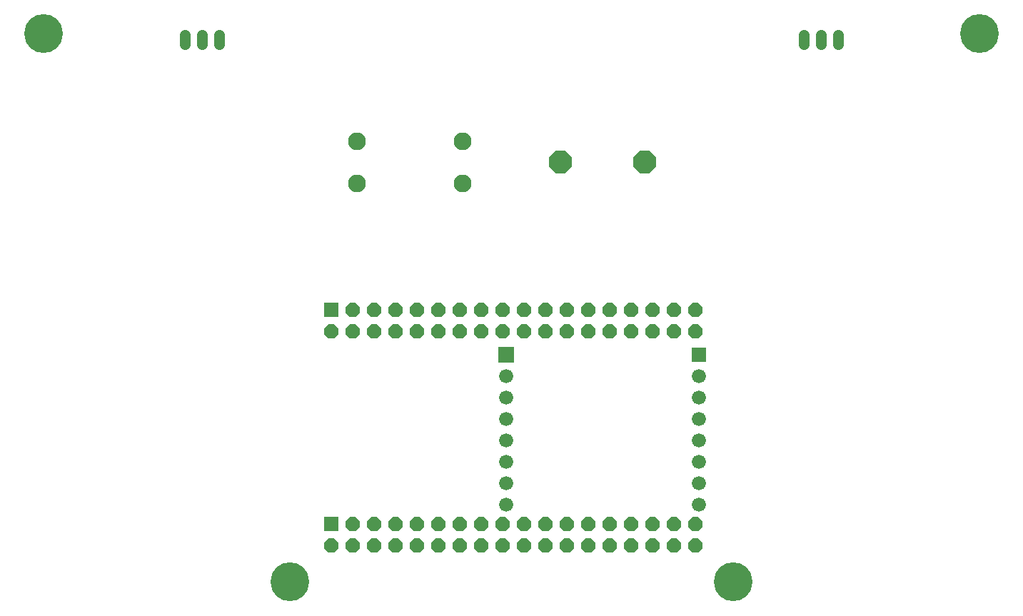
<source format=gbr>
G04 EAGLE Gerber RS-274X export*
G75*
%MOMM*%
%FSLAX34Y34*%
%LPD*%
%INSoldermask Bottom*%
%IPPOS*%
%AMOC8*
5,1,8,0,0,1.08239X$1,22.5*%
G01*
%ADD10C,2.112400*%
%ADD11P,2.914227X8X202.500000*%
%ADD12R,1.676400X1.676400*%
%ADD13P,1.814519X8X22.500000*%
%ADD14R,1.828800X1.828800*%
%ADD15C,1.676400*%
%ADD16C,4.597400*%
%ADD17C,1.272400*%


D10*
X532400Y558400D03*
X532400Y508400D03*
X407400Y508400D03*
X407400Y558400D03*
D11*
X748538Y533400D03*
X648462Y533400D03*
D12*
X376600Y358400D03*
D13*
X376600Y333000D03*
X402000Y358400D03*
X402000Y333000D03*
X427400Y358400D03*
X427400Y333000D03*
X452800Y358400D03*
X452800Y333000D03*
X478200Y358400D03*
X478200Y333000D03*
X503600Y358400D03*
X503600Y333000D03*
X529000Y358400D03*
X529000Y333000D03*
X554400Y358400D03*
X554400Y333000D03*
X579800Y358400D03*
X579800Y333000D03*
X605200Y358400D03*
X605200Y333000D03*
X630600Y358400D03*
X630600Y333000D03*
X656000Y358400D03*
X656000Y333000D03*
X681400Y358400D03*
X681400Y333000D03*
X706800Y358400D03*
X706800Y333000D03*
X732200Y358400D03*
X732200Y333000D03*
X757600Y358400D03*
X757600Y333000D03*
X783000Y358400D03*
X783000Y333000D03*
X808400Y358400D03*
X808400Y333000D03*
D12*
X376600Y104400D03*
D13*
X376600Y79000D03*
X402000Y104400D03*
X402000Y79000D03*
X427400Y104400D03*
X427400Y79000D03*
X452800Y104400D03*
X452800Y79000D03*
X478200Y104400D03*
X478200Y79000D03*
X503600Y104400D03*
X503600Y79000D03*
X529000Y104400D03*
X529000Y79000D03*
X554400Y104400D03*
X554400Y79000D03*
X579800Y104400D03*
X579800Y79000D03*
X605200Y104400D03*
X605200Y79000D03*
X630600Y104400D03*
X630600Y79000D03*
X656000Y104400D03*
X656000Y79000D03*
X681400Y104400D03*
X681400Y79000D03*
X706800Y104400D03*
X706800Y79000D03*
X732200Y104400D03*
X732200Y79000D03*
X757600Y104400D03*
X757600Y79000D03*
X783000Y104400D03*
X783000Y79000D03*
X808400Y104400D03*
X808400Y79000D03*
D14*
X584200Y304800D03*
D15*
X584200Y279400D03*
X584200Y254000D03*
X584200Y228600D03*
X584200Y203200D03*
X584200Y177800D03*
X584200Y152400D03*
X584200Y127000D03*
X812800Y127000D03*
X812800Y152400D03*
X812800Y177800D03*
X812800Y203200D03*
X812800Y228600D03*
X812800Y254000D03*
X812800Y279400D03*
D12*
X812800Y304800D03*
D16*
X327660Y35560D03*
X35560Y685800D03*
X1145540Y685800D03*
X853440Y35560D03*
D17*
X243245Y673055D02*
X243245Y684255D01*
X223245Y684255D02*
X223245Y673055D01*
X203245Y673055D02*
X203245Y684255D01*
X977305Y684255D02*
X977305Y673055D01*
X957305Y673055D02*
X957305Y684255D01*
X937305Y684255D02*
X937305Y673055D01*
M02*

</source>
